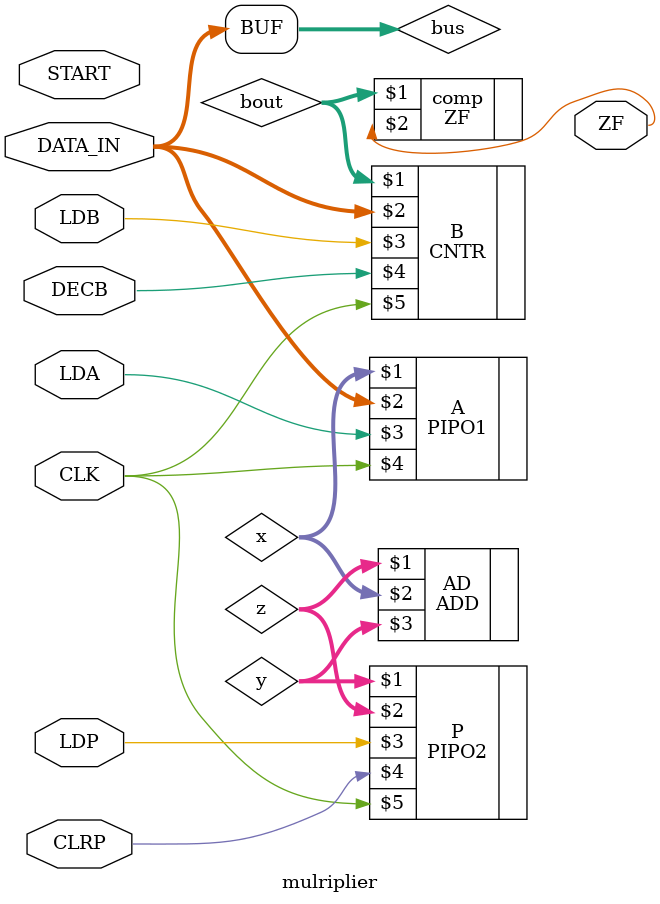
<source format=v>
`timescale 1ns / 1ps

module mulriplier(ZF, LDA, LDB, LDP, CLRP, DECB, DATA_IN, CLK, START);
    input LDA, LDB, LDP, CLRP, DECB, CLK, START;
    input [15:0] DATA_IN;
    output ZF;
    
    wire [15:0] x, y, z, bout, bus;

    // Assign bus
    assign bus = DATA_IN;

    // Register A (PIPO1)
    PIPO1 A(x, bus, LDA, CLK);
    
    // Product Register (PIPO2)
    PIPO2 P(y, z, LDP, CLRP, CLK);
    
    // Counter B
    CNTR B(bout, bus, LDB, DECB, CLK);
    
    // Adder
    ADD AD(z, x, y);
    
    // Zero flag (ZF)
    ZF comp(bout, ZF);
    
    // Controller
//    CONTROLLER CON(LDA, LDB, LDP, CLRP, DECB, DONE, CLK, ZF, START);
endmodule
</source>
